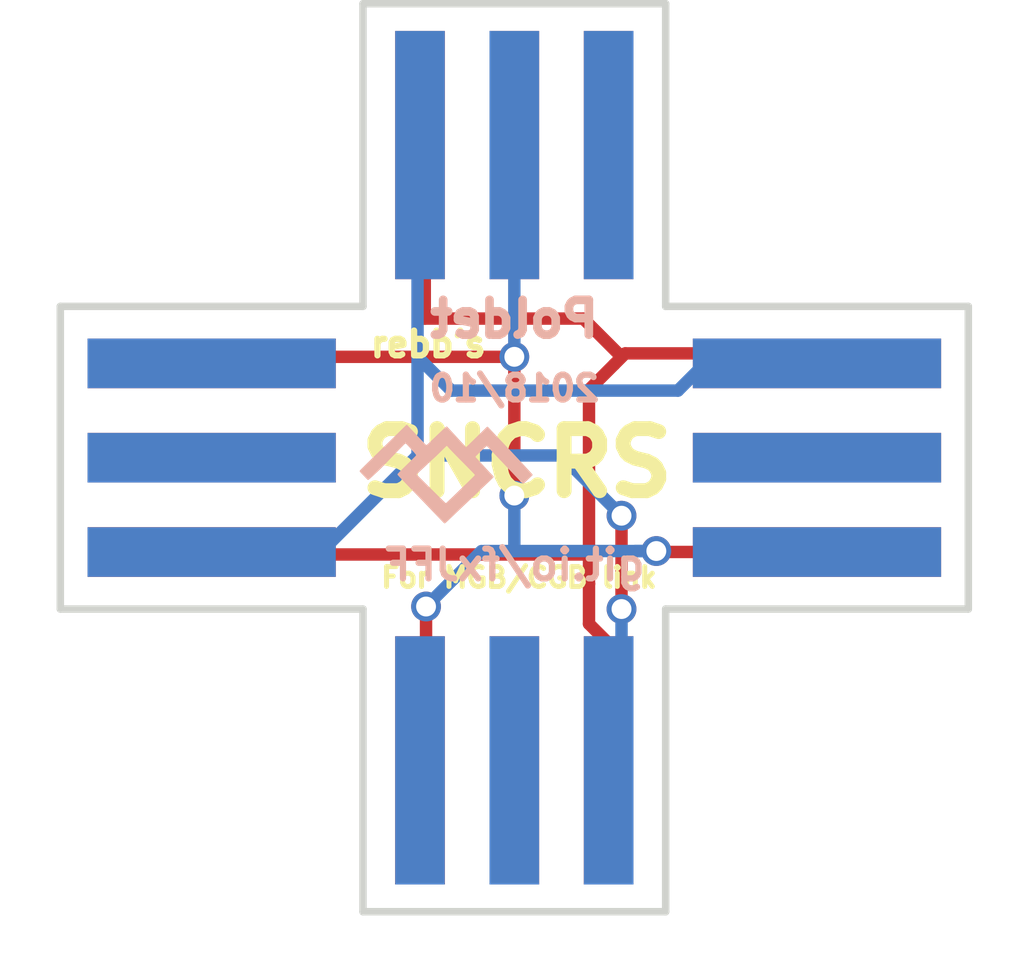
<source format=kicad_pcb>
(kicad_pcb (version 20171130) (host pcbnew "(5.0.0-3-g5ebb6b6)")

  (general
    (thickness 1.4)
    (drawings 18)
    (tracks 70)
    (zones 0)
    (modules 5)
    (nets 16)
  )

  (page A4)
  (title_block
    (title Syncross)
    (date 2018-10-02)
    (rev 2)
    (comment 1 "Original layout by rebb")
    (comment 2 "Refinements by Poldet")
  )

  (layers
    (0 F.Cu signal)
    (31 B.Cu signal)
    (32 B.Adhes user)
    (33 F.Adhes user)
    (34 B.Paste user)
    (35 F.Paste user)
    (36 B.SilkS user)
    (37 F.SilkS user)
    (38 B.Mask user)
    (39 F.Mask user)
    (40 Dwgs.User user)
    (41 Cmts.User user)
    (42 Eco1.User user)
    (43 Eco2.User user)
    (44 Edge.Cuts user)
    (45 Margin user)
    (46 B.CrtYd user)
    (47 F.CrtYd user)
    (48 B.Fab user)
    (49 F.Fab user hide)
  )

  (setup
    (last_trace_width 0.25)
    (trace_clearance 0.2)
    (zone_clearance 0.508)
    (zone_45_only no)
    (trace_min 0.2)
    (segment_width 0.2)
    (edge_width 0.15)
    (via_size 0.6)
    (via_drill 0.4)
    (via_min_size 0.4)
    (via_min_drill 0.3)
    (uvia_size 0.3)
    (uvia_drill 0.1)
    (uvias_allowed no)
    (uvia_min_size 0.2)
    (uvia_min_drill 0.1)
    (pcb_text_width 0.3)
    (pcb_text_size 1.5 1.5)
    (mod_edge_width 0.15)
    (mod_text_size 1 1)
    (mod_text_width 0.15)
    (pad_size 1.524 1.524)
    (pad_drill 0.762)
    (pad_to_mask_clearance 0.2)
    (aux_axis_origin 0 0)
    (visible_elements FFFFFF7F)
    (pcbplotparams
      (layerselection 0x00030_80000001)
      (usegerberextensions false)
      (usegerberattributes false)
      (usegerberadvancedattributes false)
      (creategerberjobfile false)
      (excludeedgelayer true)
      (linewidth 0.100000)
      (plotframeref false)
      (viasonmask false)
      (mode 1)
      (useauxorigin false)
      (hpglpennumber 1)
      (hpglpenspeed 20)
      (hpglpendiameter 15.000000)
      (psnegative false)
      (psa4output false)
      (plotreference true)
      (plotvalue true)
      (plotinvisibletext false)
      (padsonsilk false)
      (subtractmaskfromsilk false)
      (outputformat 1)
      (mirror false)
      (drillshape 1)
      (scaleselection 1)
      (outputdirectory ""))
  )

  (net 0 "")
  (net 1 "Net-(conn1-Pad3)")
  (net 2 "Net-(conn1-Pad1)")
  (net 3 "Net-(conn1-Pad4)")
  (net 4 "Net-(conn1-Pad2)")
  (net 5 "Net-(conn1-Pad5)")
  (net 6 "Net-(conn1-Pad6)")
  (net 7 "Net-(conn2-Pad1)")
  (net 8 "Net-(conn2-Pad4)")
  (net 9 "Net-(conn3-Pad1)")
  (net 10 "Net-(conn3-Pad4)")
  (net 11 "Net-(conn5-Pad1)")
  (net 12 "Net-(conn5-Pad4)")
  (net 13 "Net-(conn2-Pad3)")
  (net 14 "Net-(conn3-Pad3)")
  (net 15 "Net-(conn5-Pad3)")

  (net_class Default "This is the default net class."
    (clearance 0.2)
    (trace_width 0.25)
    (via_dia 0.6)
    (via_drill 0.4)
    (uvia_dia 0.3)
    (uvia_drill 0.1)
    (add_net "Net-(conn1-Pad1)")
    (add_net "Net-(conn1-Pad2)")
    (add_net "Net-(conn1-Pad3)")
    (add_net "Net-(conn1-Pad4)")
    (add_net "Net-(conn1-Pad5)")
    (add_net "Net-(conn1-Pad6)")
    (add_net "Net-(conn2-Pad1)")
    (add_net "Net-(conn2-Pad3)")
    (add_net "Net-(conn2-Pad4)")
    (add_net "Net-(conn3-Pad1)")
    (add_net "Net-(conn3-Pad3)")
    (add_net "Net-(conn3-Pad4)")
    (add_net "Net-(conn5-Pad1)")
    (add_net "Net-(conn5-Pad3)")
    (add_net "Net-(conn5-Pad4)")
  )

  (module gb_link:gb-link-socket123 (layer F.Cu) (tedit 5BB29DA5) (tstamp 5869AFBD)
    (at 151.638 104.902)
    (path /584784C8)
    (fp_text reference "" (at 0 4) (layer F.SilkS)
      (effects (font (size 1 1) (thickness 0.15)))
    )
    (fp_text value GBC_link_edge_connector (at 0 -4) (layer F.Fab)
      (effects (font (size 1 1) (thickness 0.15)))
    )
    (pad 4 connect rect (at 0 0) (size 1 5) (layers F.Cu F.Mask)
      (net 10 "Net-(conn3-Pad4)"))
    (pad 6 connect rect (at 1.9 0) (size 1 5) (layers F.Cu F.Mask)
      (net 6 "Net-(conn1-Pad6)"))
    (pad 2 connect rect (at -1.9 0) (size 1 5) (layers F.Cu F.Mask)
      (net 1 "Net-(conn1-Pad3)"))
    (pad 5 connect rect (at 1.9 0) (size 1 5) (layers B.Cu B.Mask)
      (net 5 "Net-(conn1-Pad5)"))
    (pad 3 connect rect (at 0 0) (size 1 5) (layers B.Cu B.Mask)
      (net 14 "Net-(conn3-Pad3)"))
    (pad 1 connect rect (at -1.9 0) (size 1 5) (layers B.Cu B.Mask)
      (net 9 "Net-(conn3-Pad1)"))
  )

  (module gb_link:gb-link-socket123 (layer F.Cu) (tedit 5BB29D90) (tstamp 5869AFB3)
    (at 157.734 98.806 90)
    (path /584782F1)
    (fp_text reference "" (at 5.6388 3.9116 90) (layer F.SilkS)
      (effects (font (size 1 1) (thickness 0.15)))
    )
    (fp_text value GBC_link_edge_connector (at 0 -4 90) (layer F.Fab)
      (effects (font (size 1 1) (thickness 0.15)))
    )
    (pad 4 connect rect (at 0 0 90) (size 1 5) (layers F.Cu F.Mask)
      (net 8 "Net-(conn2-Pad4)"))
    (pad 6 connect rect (at 1.9 0 90) (size 1 5) (layers F.Cu F.Mask)
      (net 6 "Net-(conn1-Pad6)"))
    (pad 2 connect rect (at -1.9 0 90) (size 1 5) (layers F.Cu F.Mask)
      (net 1 "Net-(conn1-Pad3)"))
    (pad 5 connect rect (at 1.9 0 90) (size 1 5) (layers B.Cu B.Mask)
      (net 5 "Net-(conn1-Pad5)"))
    (pad 3 connect rect (at 0 0 90) (size 1 5) (layers B.Cu B.Mask)
      (net 13 "Net-(conn2-Pad3)"))
    (pad 1 connect rect (at -1.9 0 90) (size 1 5) (layers B.Cu B.Mask)
      (net 7 "Net-(conn2-Pad1)"))
  )

  (module gb_link:gb-link-socket123 (layer F.Cu) (tedit 5BB29D5C) (tstamp 5869AFA9)
    (at 151.638 92.71 180)
    (path /584783EF)
    (fp_text reference Master (at 0 4 180) (layer F.SilkS) hide
      (effects (font (size 1 1) (thickness 0.15)))
    )
    (fp_text value GBC_link_edge_connector (at 0 -4 180) (layer F.Fab)
      (effects (font (size 1 1) (thickness 0.15)))
    )
    (pad 4 connect rect (at 0 0 180) (size 1 5) (layers F.Cu F.Mask)
      (net 3 "Net-(conn1-Pad4)"))
    (pad 6 connect rect (at 1.9 0 180) (size 1 5) (layers F.Cu F.Mask)
      (net 6 "Net-(conn1-Pad6)"))
    (pad 2 connect rect (at -1.9 0 180) (size 1 5) (layers F.Cu F.Mask)
      (net 4 "Net-(conn1-Pad2)"))
    (pad 5 connect rect (at 1.9 0 180) (size 1 5) (layers B.Cu B.Mask)
      (net 5 "Net-(conn1-Pad5)"))
    (pad 3 connect rect (at 0 0 180) (size 1 5) (layers B.Cu B.Mask)
      (net 1 "Net-(conn1-Pad3)"))
    (pad 1 connect rect (at -1.9 0 180) (size 1 5) (layers B.Cu B.Mask)
      (net 2 "Net-(conn1-Pad1)"))
  )

  (module gb_link:gb-link-socket123 (layer F.Cu) (tedit 5BB29D05) (tstamp 5869AFC7)
    (at 145.542 98.806 270)
    (path /5847847E)
    (fp_text reference "" (at 0 4 270) (layer F.SilkS)
      (effects (font (size 1 1) (thickness 0.15)))
    )
    (fp_text value GBC_link_edge_connector (at 0 -4 270) (layer F.Fab)
      (effects (font (size 1 1) (thickness 0.15)))
    )
    (pad 4 connect rect (at 0 0 270) (size 1 5) (layers F.Cu F.Mask)
      (net 12 "Net-(conn5-Pad4)"))
    (pad 6 connect rect (at 1.9 0 270) (size 1 5) (layers F.Cu F.Mask)
      (net 6 "Net-(conn1-Pad6)"))
    (pad 2 connect rect (at -1.9 0 270) (size 1 5) (layers F.Cu F.Mask)
      (net 1 "Net-(conn1-Pad3)"))
    (pad 5 connect rect (at 1.9 0 270) (size 1 5) (layers B.Cu B.Mask)
      (net 5 "Net-(conn1-Pad5)"))
    (pad 3 connect rect (at 0 0 270) (size 1 5) (layers B.Cu B.Mask)
      (net 15 "Net-(conn5-Pad3)"))
    (pad 1 connect rect (at -1.9 0 270) (size 1 5) (layers B.Cu B.Mask)
      (net 11 "Net-(conn5-Pad1)"))
  )

  (module gb_link:twinpeaks (layer B.Cu) (tedit 0) (tstamp 5BB2965C)
    (at 150.241 99.06 180)
    (fp_text reference G*** (at 0 0 180) (layer B.SilkS) hide
      (effects (font (size 1.524 1.524) (thickness 0.3)) (justify mirror))
    )
    (fp_text value LOGO (at 0.75 0 180) (layer B.SilkS) hide
      (effects (font (size 1.524 1.524) (thickness 0.3)) (justify mirror))
    )
    (fp_poly (pts (xy 0.773289 0.9091) (xy 0.77801 0.905795) (xy 0.784615 0.900202) (xy 0.793584 0.891919)
      (xy 0.805399 0.880543) (xy 0.817773 0.868402) (xy 0.82568 0.860627) (xy 0.837108 0.849423)
      (xy 0.851748 0.835092) (xy 0.869292 0.817933) (xy 0.88943 0.798251) (xy 0.911854 0.776345)
      (xy 0.936255 0.752518) (xy 0.962323 0.727072) (xy 0.989751 0.700309) (xy 1.018228 0.672529)
      (xy 1.047446 0.644035) (xy 1.077097 0.615128) (xy 1.081506 0.61083) (xy 1.140557 0.553267)
      (xy 1.195891 0.499316) (xy 1.247625 0.448863) (xy 1.295876 0.401791) (xy 1.34076 0.357986)
      (xy 1.382394 0.317331) (xy 1.420895 0.279713) (xy 1.45638 0.245016) (xy 1.488965 0.213123)
      (xy 1.518768 0.183921) (xy 1.545905 0.157293) (xy 1.570493 0.133125) (xy 1.592649 0.111301)
      (xy 1.61249 0.091705) (xy 1.630132 0.074223) (xy 1.645692 0.058739) (xy 1.659287 0.045138)
      (xy 1.671034 0.033305) (xy 1.68105 0.023123) (xy 1.689451 0.014479) (xy 1.696355 0.007256)
      (xy 1.701878 0.00134) (xy 1.706136 -0.003385) (xy 1.709247 -0.007035) (xy 1.711328 -0.009724)
      (xy 1.712495 -0.011569) (xy 1.71282 -0.012373) (xy 1.712452 -0.020178) (xy 1.710305 -0.024751)
      (xy 1.707301 -0.028345) (xy 1.701062 -0.035229) (xy 1.692093 -0.044876) (xy 1.6809 -0.056764)
      (xy 1.667987 -0.070367) (xy 1.65386 -0.085161) (xy 1.639025 -0.100622) (xy 1.623985 -0.116225)
      (xy 1.609246 -0.131446) (xy 1.595313 -0.14576) (xy 1.582692 -0.158644) (xy 1.571887 -0.169572)
      (xy 1.563404 -0.17802) (xy 1.557748 -0.183465) (xy 1.555775 -0.185182) (xy 1.550416 -0.188514)
      (xy 1.546043 -0.188545) (xy 1.54107 -0.186253) (xy 1.53665 -0.183106) (xy 1.528536 -0.176438)
      (xy 1.516913 -0.166414) (xy 1.501961 -0.153197) (xy 1.483863 -0.136951) (xy 1.462802 -0.117841)
      (xy 1.438959 -0.096029) (xy 1.412517 -0.071681) (xy 1.383659 -0.04496) (xy 1.374647 -0.036587)
      (xy 1.34654 -0.010027) (xy 1.315653 0.019992) (xy 1.281858 0.053595) (xy 1.245031 0.090909)
      (xy 1.205045 0.132061) (xy 1.161776 0.177177) (xy 1.156163 0.183067) (xy 1.130085 0.210386)
      (xy 1.102044 0.239644) (xy 1.072637 0.270227) (xy 1.042457 0.301521) (xy 1.012102 0.332911)
      (xy 0.982165 0.363782) (xy 0.953244 0.39352) (xy 0.925933 0.421511) (xy 0.900829 0.447139)
      (xy 0.878525 0.46979) (xy 0.869145 0.479267) (xy 0.850594 0.497854) (xy 0.835313 0.51285)
      (xy 0.822909 0.524562) (xy 0.812995 0.5333) (xy 0.80518 0.539372) (xy 0.799073 0.543087)
      (xy 0.794286 0.544752) (xy 0.790427 0.544677) (xy 0.787808 0.543606) (xy 0.781796 0.539065)
      (xy 0.77246 0.530512) (xy 0.759895 0.518049) (xy 0.744197 0.501775) (xy 0.725459 0.48179)
      (xy 0.703779 0.458196) (xy 0.679251 0.431091) (xy 0.652393 0.401053) (xy 0.633629 0.379938)
      (xy 0.618143 0.362404) (xy 0.605651 0.348044) (xy 0.595869 0.336448) (xy 0.588516 0.327209)
      (xy 0.583308 0.319919) (xy 0.579961 0.314168) (xy 0.578193 0.309548) (xy 0.57772 0.305652)
      (xy 0.57826 0.302071) (xy 0.579529 0.298396) (xy 0.580154 0.296865) (xy 0.58234 0.293639)
      (xy 0.587362 0.287752) (xy 0.595317 0.279109) (xy 0.606298 0.267615) (xy 0.620402 0.253174)
      (xy 0.637722 0.23569) (xy 0.658355 0.215068) (xy 0.682396 0.191213) (xy 0.709939 0.164029)
      (xy 0.741079 0.13342) (xy 0.775912 0.099291) (xy 0.807453 0.068459) (xy 0.836889 0.03965)
      (xy 0.862583 0.014369) (xy 0.884679 -0.007529) (xy 0.90332 -0.026192) (xy 0.918649 -0.041766)
      (xy 0.93081 -0.054396) (xy 0.939945 -0.064231) (xy 0.946199 -0.071415) (xy 0.949713 -0.076095)
      (xy 0.950566 -0.07776) (xy 0.950959 -0.080963) (xy 0.950016 -0.084853) (xy 0.947408 -0.089839)
      (xy 0.942807 -0.096332) (xy 0.935884 -0.104744) (xy 0.926312 -0.115486) (xy 0.913761 -0.128969)
      (xy 0.897903 -0.145603) (xy 0.888783 -0.155073) (xy 0.863764 -0.181) (xy 0.835228 -0.210583)
      (xy 0.803161 -0.243837) (xy 0.767545 -0.280781) (xy 0.728364 -0.321431) (xy 0.685601 -0.365805)
      (xy 0.63924 -0.413919) (xy 0.589265 -0.465791) (xy 0.535659 -0.521437) (xy 0.478405 -0.580875)
      (xy 0.417488 -0.644123) (xy 0.35289 -0.711196) (xy 0.310401 -0.755315) (xy 0.27086 -0.796384)
      (xy 0.232418 -0.836328) (xy 0.195463 -0.874744) (xy 0.160382 -0.91123) (xy 0.127563 -0.945382)
      (xy 0.097394 -0.976797) (xy 0.070262 -1.005071) (xy 0.052143 -1.02397) (xy 0.04164 -1.03485)
      (xy 0.032026 -1.044663) (xy 0.024089 -1.052616) (xy 0.018616 -1.057914) (xy 0.016958 -1.059396)
      (xy 0.013894 -1.061766) (xy 0.010949 -1.06338) (xy 0.007761 -1.06397) (xy 0.003966 -1.063268)
      (xy -0.000796 -1.061006) (xy -0.006887 -1.056918) (xy -0.014668 -1.050734) (xy -0.024503 -1.042188)
      (xy -0.036752 -1.03101) (xy -0.051778 -1.016935) (xy -0.069941 -0.999693) (xy -0.091493 -0.979123)
      (xy -0.106382 -0.96491) (xy -0.124878 -0.947267) (xy -0.146714 -0.926451) (xy -0.171623 -0.902715)
      (xy -0.199335 -0.876316) (xy -0.229583 -0.847508) (xy -0.2621 -0.816546) (xy -0.296617 -0.783686)
      (xy -0.332865 -0.749181) (xy -0.370578 -0.713288) (xy -0.409487 -0.67626) (xy -0.449325 -0.638354)
      (xy -0.489822 -0.599825) (xy -0.530712 -0.560926) (xy -0.571726 -0.521914) (xy -0.612596 -0.483042)
      (xy -0.653054 -0.444567) (xy -0.692833 -0.406744) (xy -0.731664 -0.369826) (xy -0.76928 -0.33407)
      (xy -0.805411 -0.29973) (xy -0.829596 -0.276748) (xy -0.860663 -0.247167) (xy -0.887862 -0.221135)
      (xy -0.911264 -0.198582) (xy -0.930939 -0.179439) (xy -0.946957 -0.163636) (xy -0.959389 -0.151105)
      (xy -0.968304 -0.141775) (xy -0.973773 -0.135578) (xy -0.975866 -0.132444) (xy -0.975894 -0.132258)
      (xy -0.975852 -0.130644) (xy -0.975483 -0.128993) (xy -0.97443 -0.126893) (xy -0.97233 -0.123932)
      (xy -0.968826 -0.119698) (xy -0.963556 -0.113779) (xy -0.956161 -0.105763) (xy -0.94628 -0.095238)
      (xy -0.943741 -0.092555) (xy -0.606926 -0.092555) (xy -0.606071 -0.096245) (xy -0.603201 -0.101181)
      (xy -0.597857 -0.107933) (xy -0.58958 -0.11707) (xy -0.577911 -0.129164) (xy -0.57551 -0.131603)
      (xy -0.554523 -0.152719) (xy -0.530537 -0.176596) (xy -0.504422 -0.202384) (xy -0.477052 -0.229231)
      (xy -0.449296 -0.256287) (xy -0.422028 -0.282702) (xy -0.396118 -0.307626) (xy -0.372438 -0.330209)
      (xy -0.356936 -0.344844) (xy -0.346854 -0.354387) (xy -0.333982 -0.366688) (xy -0.319344 -0.38076)
      (xy -0.303967 -0.395616) (xy -0.288877 -0.41027) (xy -0.284747 -0.414296) (xy -0.251864 -0.446339)
      (xy -0.220379 -0.476938) (xy -0.190513 -0.505881) (xy -0.162488 -0.532956) (xy -0.136526 -0.557951)
      (xy -0.112849 -0.580653) (xy -0.091679 -0.60085) (xy -0.073237 -0.618331) (xy -0.057745 -0.632882)
      (xy -0.045425 -0.644291) (xy -0.036499 -0.652347) (xy -0.031643 -0.656481) (xy -0.024616 -0.661607)
      (xy -0.018905 -0.664964) (xy -0.016615 -0.665721) (xy -0.013904 -0.66394) (xy -0.007847 -0.658882)
      (xy 0.001064 -0.650992) (xy 0.012338 -0.640716) (xy 0.025483 -0.628499) (xy 0.040007 -0.614788)
      (xy 0.047545 -0.607594) (xy 0.062018 -0.593665) (xy 0.079018 -0.577187) (xy 0.098287 -0.558416)
      (xy 0.119567 -0.537608) (xy 0.1426 -0.515021) (xy 0.167127 -0.490909) (xy 0.192892 -0.46553)
      (xy 0.219637 -0.43914) (xy 0.247102 -0.411996) (xy 0.275032 -0.384353) (xy 0.303166 -0.356468)
      (xy 0.331249 -0.328598) (xy 0.359021 -0.300999) (xy 0.386226 -0.273928) (xy 0.412604 -0.24764)
      (xy 0.437898 -0.222392) (xy 0.461851 -0.19844) (xy 0.484204 -0.176042) (xy 0.5047 -0.155452)
      (xy 0.52308 -0.136928) (xy 0.539086 -0.120727) (xy 0.552462 -0.107103) (xy 0.562948 -0.096315)
      (xy 0.570288 -0.088618) (xy 0.574222 -0.084268) (xy 0.574843 -0.083382) (xy 0.572959 -0.080665)
      (xy 0.567636 -0.0748) (xy 0.559361 -0.066268) (xy 0.548625 -0.05555) (xy 0.535918 -0.043123)
      (xy 0.521728 -0.029468) (xy 0.506546 -0.015065) (xy 0.49086 -0.000393) (xy 0.47859 0.01093)
      (xy 0.466415 0.022171) (xy 0.451402 0.036157) (xy 0.434571 0.051929) (xy 0.416943 0.068529)
      (xy 0.399538 0.084999) (xy 0.387751 0.096207) (xy 0.372028 0.111194) (xy 0.356187 0.126295)
      (xy 0.341047 0.140727) (xy 0.327427 0.153711) (xy 0.316146 0.164465) (xy 0.308877 0.171394)
      (xy 0.297419 0.182231) (xy 0.285277 0.193572) (xy 0.274089 0.203893) (xy 0.267184 0.210163)
      (xy 0.233492 0.24063) (xy 0.201874 0.269728) (xy 0.171287 0.298451) (xy 0.14069 0.327792)
      (xy 0.10904 0.358744) (xy 0.075294 0.3923) (xy 0.060987 0.406663) (xy 0.042829 0.424847)
      (xy 0.025715 0.441812) (xy 0.010033 0.45719) (xy -0.003834 0.47061) (xy -0.015499 0.481702)
      (xy -0.024576 0.490095) (xy -0.03068 0.49542) (xy -0.033426 0.497305) (xy -0.033436 0.497306)
      (xy -0.039217 0.496209) (xy -0.045404 0.492489) (xy -0.052822 0.485503) (xy -0.061828 0.475172)
      (xy -0.072644 0.462566) (xy -0.087082 0.446481) (xy -0.104915 0.427153) (xy -0.125918 0.404819)
      (xy -0.149864 0.379713) (xy -0.176527 0.352073) (xy -0.205682 0.322133) (xy -0.237103 0.290129)
      (xy -0.270564 0.256298) (xy -0.294105 0.232633) (xy -0.318888 0.207735) (xy -0.345627 0.180801)
      (xy -0.373539 0.152624) (xy -0.401841 0.123997) (xy -0.429752 0.095711) (xy -0.456489 0.068559)
      (xy -0.481271 0.043332) (xy -0.503315 0.020824) (xy -0.510005 0.013974) (xy -0.532223 -0.008838)
      (xy -0.550936 -0.028161) (xy -0.566415 -0.044293) (xy -0.578929 -0.05753) (xy -0.588749 -0.068171)
      (xy -0.596146 -0.076511) (xy -0.60139 -0.08285) (xy -0.604752 -0.087483) (xy -0.606503 -0.090709)
      (xy -0.606926 -0.092555) (xy -0.943741 -0.092555) (xy -0.933554 -0.081792) (xy -0.917622 -0.065012)
      (xy -0.911741 -0.058821) (xy -0.901896 -0.048411) (xy -0.889469 -0.035191) (xy -0.874805 -0.019538)
      (xy -0.858253 -0.001824) (xy -0.840159 0.017575) (xy -0.820871 0.038285) (xy -0.800736 0.05993)
      (xy -0.780102 0.082138) (xy -0.759316 0.104532) (xy -0.738726 0.126738) (xy -0.718678 0.148382)
      (xy -0.699521 0.169088) (xy -0.681602 0.188483) (xy -0.665267 0.206192) (xy -0.650865 0.22184)
      (xy -0.638742 0.235052) (xy -0.629246 0.245454) (xy -0.622725 0.252671) (xy -0.619623 0.256211)
      (xy -0.615228 0.261929) (xy -0.612511 0.267041) (xy -0.611772 0.272127) (xy -0.613311 0.277764)
      (xy -0.617426 0.284533) (xy -0.624419 0.293013) (xy -0.634587 0.303782) (xy -0.648232 0.31742)
      (xy -0.654432 0.323516) (xy -0.66798 0.336691) (xy -0.684101 0.352179) (xy -0.702084 0.369311)
      (xy -0.721215 0.38742) (xy -0.740783 0.405836) (xy -0.760077 0.423893) (xy -0.778384 0.440921)
      (xy -0.794993 0.456253) (xy -0.809191 0.469221) (xy -0.820267 0.479156) (xy -0.820441 0.479311)
      (xy -0.829402 0.486391) (xy -0.836992 0.490824) (xy -0.84114 0.491958) (xy -0.841893 0.492062)
      (xy -0.842475 0.492286) (xy -0.843012 0.492498) (xy -0.84363 0.492567) (xy -0.844457 0.492361)
      (xy -0.845619 0.49175) (xy -0.847243 0.490602) (xy -0.849454 0.488785) (xy -0.852381 0.486168)
      (xy -0.85615 0.482619) (xy -0.860886 0.478008) (xy -0.866718 0.472202) (xy -0.873771 0.46507)
      (xy -0.882173 0.456482) (xy -0.892049 0.446304) (xy -0.903527 0.434407) (xy -0.916733 0.420658)
      (xy -0.931794 0.404927) (xy -0.948836 0.387081) (xy -0.967987 0.366989) (xy -0.989372 0.344521)
      (xy -1.013119 0.319544) (xy -1.039354 0.291927) (xy -1.068203 0.261539) (xy -1.099794 0.228247)
      (xy -1.134253 0.191922) (xy -1.171707 0.152431) (xy -1.212283 0.109643) (xy -1.256106 0.063427)
      (xy -1.303304 0.013651) (xy -1.354003 -0.039817) (xy -1.376514 -0.063555) (xy -1.405479 -0.094053)
      (xy -1.432778 -0.122702) (xy -1.458217 -0.149303) (xy -1.481603 -0.173658) (xy -1.502743 -0.195568)
      (xy -1.521443 -0.214833) (xy -1.537509 -0.231254) (xy -1.550749 -0.244632) (xy -1.560968 -0.254768)
      (xy -1.567974 -0.261463) (xy -1.571573 -0.264517) (xy -1.57196 -0.264694) (xy -1.575432 -0.263977)
      (xy -1.580119 -0.261624) (xy -1.586384 -0.257331) (xy -1.594587 -0.250797) (xy -1.60509 -0.241719)
      (xy -1.618256 -0.229793) (xy -1.634444 -0.214716) (xy -1.654017 -0.196187) (xy -1.655983 -0.194315)
      (xy -1.671974 -0.179098) (xy -1.688104 -0.163776) (xy -1.703568 -0.149114) (xy -1.717559 -0.135875)
      (xy -1.72927 -0.124824) (xy -1.737689 -0.116918) (xy -1.748017 -0.107147) (xy -1.754916 -0.100211)
      (xy -1.758939 -0.095382) (xy -1.760641 -0.091926) (xy -1.760574 -0.089113) (xy -1.759953 -0.087508)
      (xy -1.757485 -0.084121) (xy -1.75183 -0.077356) (xy -1.743455 -0.067742) (xy -1.732826 -0.055804)
      (xy -1.72041 -0.042069) (xy -1.706675 -0.027065) (xy -1.700059 -0.019901) (xy -1.682637 -0.001098)
      (xy -1.66344 0.019597) (xy -1.642822 0.041803) (xy -1.621139 0.06514) (xy -1.598747 0.089224)
      (xy -1.576002 0.113674) (xy -1.553259 0.138109) (xy -1.530873 0.162147) (xy -1.509201 0.185406)
      (xy -1.488597 0.207504) (xy -1.469418 0.22806) (xy -1.452019 0.246693) (xy -1.436755 0.263019)
      (xy -1.423983 0.276659) (xy -1.414057 0.287229) (xy -1.407333 0.294349) (xy -1.406292 0.295443)
      (xy -1.398455 0.303692) (xy -1.387803 0.314959) (xy -1.375174 0.328353) (xy -1.361406 0.342985)
      (xy -1.347338 0.357966) (xy -1.340782 0.364958) (xy -1.328581 0.377937) (xy -1.313407 0.394009)
      (xy -1.29599 0.412408) (xy -1.277055 0.432367) (xy -1.257331 0.453119) (xy -1.237546 0.473897)
      (xy -1.218427 0.493934) (xy -1.216483 0.495969) (xy -1.198765 0.51455) (xy -1.17793 0.536468)
      (xy -1.154514 0.561155) (xy -1.129052 0.588043) (xy -1.102079 0.616564) (xy -1.074132 0.64615)
      (xy -1.045747 0.676233) (xy -1.01746 0.706245) (xy -0.989805 0.735619) (xy -0.96332 0.763785)
      (xy -0.938539 0.790177) (xy -0.915999 0.814226) (xy -0.896235 0.835364) (xy -0.889177 0.84293)
      (xy -0.875753 0.85693) (xy -0.865375 0.86686) (xy -0.858113 0.872659) (xy -0.854357 0.874295)
      (xy -0.849768 0.872314) (xy -0.842342 0.866679) (xy -0.832652 0.857852) (xy -0.827442 0.852693)
      (xy -0.822209 0.847437) (xy -0.814438 0.8397) (xy -0.80403 0.829385) (xy -0.790887 0.816396)
      (xy -0.77491 0.800634) (xy -0.755999 0.782003) (xy -0.734057 0.760406) (xy -0.708983 0.735744)
      (xy -0.680681 0.707922) (xy -0.649049 0.676841) (xy -0.61399 0.642404) (xy -0.575406 0.604515)
      (xy -0.533196 0.563076) (xy -0.488544 0.519247) (xy -0.47365 0.50472) (xy -0.459937 0.491522)
      (xy -0.447877 0.480091) (xy -0.437938 0.470866) (xy -0.430592 0.464287) (xy -0.426309 0.460791)
      (xy -0.425426 0.460344) (xy -0.423346 0.462396) (xy -0.417904 0.468128) (xy -0.409347 0.477271)
      (xy -0.397922 0.48956) (xy -0.383875 0.504726) (xy -0.367453 0.522502) (xy -0.348902 0.542622)
      (xy -0.32847 0.564817) (xy -0.306403 0.588822) (xy -0.282948 0.614368) (xy -0.258351 0.641188)
      (xy -0.244422 0.65639) (xy -0.21289 0.690811) (xy -0.184765 0.721502) (xy -0.159845 0.748675)
      (xy -0.137927 0.772545) (xy -0.11881 0.793326) (xy -0.10229 0.81123) (xy -0.088165 0.826472)
      (xy -0.076232 0.839266) (xy -0.066289 0.849825) (xy -0.058134 0.858364) (xy -0.051563 0.865095)
      (xy -0.046374 0.870232) (xy -0.042364 0.87399) (xy -0.039332 0.876582) (xy -0.037074 0.878222)
      (xy -0.035387 0.879124) (xy -0.03407 0.879501) (xy -0.032927 0.879567) (xy -0.029816 0.877757)
      (xy -0.023408 0.872679) (xy -0.014231 0.864801) (xy -0.002814 0.854588) (xy 0.010314 0.842507)
      (xy 0.024624 0.829026) (xy 0.028074 0.825732) (xy 0.054798 0.80016) (xy 0.082052 0.77411)
      (xy 0.10954 0.747863) (xy 0.136968 0.721698) (xy 0.164041 0.695896) (xy 0.190463 0.670737)
      (xy 0.215939 0.646502) (xy 0.240175 0.62347) (xy 0.262874 0.601923) (xy 0.283743 0.58214)
      (xy 0.302485 0.564401) (xy 0.318806 0.548988) (xy 0.332411 0.53618) (xy 0.343005 0.526258)
      (xy 0.350291 0.519502) (xy 0.353758 0.516378) (xy 0.361439 0.510552) (xy 0.36841 0.506574)
      (xy 0.372474 0.505394) (xy 0.374512 0.505479) (xy 0.376588 0.505819) (xy 0.3789 0.506613)
      (xy 0.381643 0.508061) (xy 0.385013 0.510361) (xy 0.389208 0.513714) (xy 0.394424 0.518319)
      (xy 0.400857 0.524374) (xy 0.408703 0.53208) (xy 0.41816 0.541635) (xy 0.429423 0.553238)
      (xy 0.442689 0.56709) (xy 0.458155 0.583389) (xy 0.476017 0.602334) (xy 0.496472 0.624126)
      (xy 0.519715 0.648963) (xy 0.545943 0.677044) (xy 0.575354 0.708569) (xy 0.608143 0.743737)
      (xy 0.620618 0.75712) (xy 0.643088 0.781171) (xy 0.664601 0.804092) (xy 0.684865 0.825579)
      (xy 0.70359 0.845328) (xy 0.720484 0.863035) (xy 0.735258 0.878398) (xy 0.747619 0.891112)
      (xy 0.757277 0.900873) (xy 0.763941 0.90738) (xy 0.76732 0.910327) (xy 0.767574 0.910462)
      (xy 0.769971 0.910521) (xy 0.773289 0.9091)) (layer B.SilkS) (width 0.01))
  )

  (gr_text Poldet (at 151.638 96.012) (layer B.SilkS)
    (effects (font (size 0.7 0.7) (thickness 0.175)) (justify mirror))
  )
  (gr_text git.io/fxJFF (at 151.638 100.965) (layer B.SilkS)
    (effects (font (size 0.6 0.6) (thickness 0.125)) (justify mirror))
  )
  (gr_text "For MGB/CGB link" (at 154.559 101.219) (layer F.SilkS)
    (effects (font (size 0.4 0.4) (thickness 0.1)) (justify right))
  )
  (gr_text rebb’s (at 151.13 96.52) (layer F.SilkS)
    (effects (font (size 0.5 0.5) (thickness 0.125)) (justify right))
  )
  (gr_text 2018/10 (at 151.638 97.409) (layer B.SilkS)
    (effects (font (size 0.5 0.5) (thickness 0.125)) (justify mirror))
  )
  (gr_text SNCRS (at 151.6888 98.9076) (layer F.SilkS)
    (effects (font (size 1.25 1.25) (thickness 0.3)))
  )
  (gr_line (start 148.59 95.758) (end 148.59 89.662) (layer Edge.Cuts) (width 0.15))
  (gr_line (start 142.494 95.758) (end 148.59 95.758) (layer Edge.Cuts) (width 0.15))
  (gr_line (start 142.494 101.854) (end 142.494 95.758) (layer Edge.Cuts) (width 0.15))
  (gr_line (start 148.59 101.854) (end 142.494 101.854) (layer Edge.Cuts) (width 0.15))
  (gr_line (start 148.59 107.95) (end 148.59 101.854) (layer Edge.Cuts) (width 0.15))
  (gr_line (start 154.686 107.95) (end 148.59 107.95) (layer Edge.Cuts) (width 0.15))
  (gr_line (start 154.686 101.854) (end 154.686 107.95) (layer Edge.Cuts) (width 0.15))
  (gr_line (start 160.782 101.854) (end 154.686 101.854) (layer Edge.Cuts) (width 0.15))
  (gr_line (start 160.782 95.758) (end 160.782 101.854) (layer Edge.Cuts) (width 0.15))
  (gr_line (start 154.686 95.758) (end 160.782 95.758) (layer Edge.Cuts) (width 0.15))
  (gr_line (start 154.686 89.662) (end 154.686 95.758) (layer Edge.Cuts) (width 0.15))
  (gr_line (start 148.59 89.662) (end 154.686 89.662) (layer Edge.Cuts) (width 0.15))

  (segment (start 151.638 99.469186) (end 151.638 96.774) (width 0.25) (layer F.Cu) (net 1))
  (segment (start 151.638 100.6856) (end 151.638 99.5172) (width 0.25) (layer B.Cu) (net 1))
  (via (at 151.638 99.568) (size 0.6) (drill 0.4) (layers F.Cu B.Cu) (net 1))
  (segment (start 151.0284 100.6856) (end 151.5872 100.6856) (width 0.25) (layer B.Cu) (net 1))
  (segment (start 149.86 101.8032) (end 150.9776 100.6856) (width 0.25) (layer B.Cu) (net 1))
  (segment (start 154.51701 100.7044) (end 154.49821 100.6856) (width 0.25) (layer F.Cu) (net 1))
  (segment (start 157.6832 100.7044) (end 154.51701 100.7044) (width 0.25) (layer F.Cu) (net 1) (status 10))
  (via (at 154.49821 100.6856) (size 0.6) (drill 0.4) (layers F.Cu B.Cu) (net 1))
  (segment (start 149.86 104.8832) (end 149.86 101.8032) (width 0.25) (layer F.Cu) (net 1) (status 10))
  (segment (start 149.892 101.822) (end 149.9108 101.8032) (width 0.25) (layer F.Cu) (net 1))
  (via (at 149.86 101.8032) (size 0.6) (drill 0.4) (layers F.Cu B.Cu) (net 1))
  (segment (start 145.574 96.774) (end 147.574 96.774) (width 0.25) (layer F.Cu) (net 1) (status 30))
  (segment (start 145.659614 96.774) (end 151.638 96.774) (width 0.25) (layer F.Cu) (net 1) (status 10))
  (segment (start 151.638 92.712786) (end 151.638 96.774) (width 0.25) (layer B.Cu) (net 1) (status 10))
  (via (at 151.638 96.774) (size 0.6) (drill 0.4) (layers F.Cu B.Cu) (net 1))
  (segment (start 151.6888 92.71) (end 151.6888 94.71) (width 0.25) (layer B.Cu) (net 1) (status 30))
  (segment (start 157.702 100.711) (end 155.702 100.711) (width 0.25) (layer F.Cu) (net 1) (status 30))
  (segment (start 155.6324 100.8888) (end 157.6324 100.8888) (width 0.25) (layer F.Cu) (net 1) (status 30))
  (segment (start 149.892 104.902) (end 149.892 102.902) (width 0.25) (layer F.Cu) (net 1) (status 30))
  (segment (start 149.835802 102.902) (end 149.7716 102.902) (width 0.25) (layer F.Cu) (net 1) (status 30))
  (segment (start 149.7716 104.902) (end 149.7716 102.902) (width 0.25) (layer F.Cu) (net 1) (status 30))
  (segment (start 151.5872 100.6856) (end 154.49821 100.6856) (width 0.25) (layer B.Cu) (net 1))
  (segment (start 154.073946 100.6856) (end 154.49821 100.6856) (width 0.25) (layer B.Cu) (net 1))
  (segment (start 151.5872 100.6856) (end 151.7396 100.6856) (width 0.25) (layer B.Cu) (net 1))
  (segment (start 151.672786 96.7552) (end 151.6988 96.781214) (width 0.25) (layer F.Cu) (net 1))
  (segment (start 151.6988 96.781214) (end 151.658 96.740414) (width 0.25) (layer F.Cu) (net 1))
  (segment (start 151.6888 96.771214) (end 151.6988 96.781214) (width 0.25) (layer B.Cu) (net 1))
  (segment (start 153.6888 92.71) (end 153.6888 94.71) (width 0.25) (layer B.Cu) (net 2) (status 30))
  (segment (start 153.6888 92.71) (end 153.6888 94.71) (width 0.25) (layer F.Cu) (net 4) (status 30))
  (segment (start 153.6888 92.964) (end 153.6888 94.964) (width 0.25) (layer F.Cu) (net 4) (status 30))
  (segment (start 153.797 104.835202) (end 153.797 101.854) (width 0.25) (layer B.Cu) (net 5) (status 10))
  (segment (start 153.892 101.920798) (end 153.8732 101.901998) (width 0.25) (layer B.Cu) (net 5))
  (segment (start 153.797 99.9744) (end 153.797 101.901998) (width 0.25) (layer F.Cu) (net 5))
  (via (at 153.797 101.854) (size 0.6) (drill 0.4) (layers F.Cu B.Cu) (net 5))
  (via (at 153.797 99.9744) (size 0.6) (drill 0.4) (layers F.Cu B.Cu) (net 5))
  (segment (start 149.6888 98.7608) (end 152.55 98.7608) (width 0.25) (layer B.Cu) (net 5))
  (segment (start 152.5834 98.7608) (end 153.797 99.9744) (width 0.25) (layer B.Cu) (net 5))
  (segment (start 150.3692 97.4544) (end 149.6888 96.774) (width 0.25) (layer B.Cu) (net 5))
  (segment (start 154.9332 97.4544) (end 150.3692 97.4544) (width 0.25) (layer B.Cu) (net 5))
  (segment (start 155.6832 96.7044) (end 154.9332 97.4544) (width 0.25) (layer B.Cu) (net 5) (status 10))
  (segment (start 157.6832 96.7044) (end 155.6832 96.7044) (width 0.25) (layer B.Cu) (net 5) (status 30))
  (segment (start 147.6944 100.7552) (end 149.6888 98.7608) (width 0.25) (layer B.Cu) (net 5) (status 10))
  (segment (start 149.6888 98.7608) (end 149.6888 96.774) (width 0.25) (layer B.Cu) (net 5))
  (segment (start 145.6944 100.7552) (end 147.6944 100.7552) (width 0.25) (layer B.Cu) (net 5) (status 30))
  (segment (start 149.6888 96.774) (end 149.6888 92.71) (width 0.25) (layer B.Cu) (net 5) (status 20))
  (segment (start 153.142 100.7872) (end 153.142 97.4356) (width 0.25) (layer F.Cu) (net 6))
  (segment (start 153.142 101.346) (end 153.142 100.7872) (width 0.25) (layer F.Cu) (net 6))
  (segment (start 153.142 100.7872) (end 153.11 100.7552) (width 0.25) (layer F.Cu) (net 6))
  (segment (start 153.11 100.7552) (end 145.6944 100.7552) (width 0.25) (layer F.Cu) (net 6) (status 20))
  (segment (start 147.6944 100.7552) (end 145.6944 100.7552) (width 0.25) (layer F.Cu) (net 6) (status 30))
  (segment (start 153.142 101.346) (end 153.126599 101.361401) (width 0.25) (layer F.Cu) (net 6))
  (segment (start 153.142 102.152) (end 153.142 101.346) (width 0.25) (layer F.Cu) (net 6))
  (segment (start 153.142 97.4356) (end 153.6512 96.9264) (width 0.25) (layer F.Cu) (net 6))
  (segment (start 153.6512 96.9264) (end 153.8732 96.7044) (width 0.25) (layer F.Cu) (net 6))
  (segment (start 149.8346 92.5576) (end 149.8346 96.003804) (width 0.25) (layer F.Cu) (net 6) (status 10))
  (segment (start 149.8346 96.003804) (end 153.026804 96.003804) (width 0.25) (layer F.Cu) (net 6))
  (segment (start 153.026804 96.003804) (end 153.797 96.774) (width 0.25) (layer F.Cu) (net 6))
  (segment (start 153.892 102.902) (end 153.142 102.152) (width 0.25) (layer F.Cu) (net 6) (status 10))
  (segment (start 153.797 104.902) (end 153.797 102.902) (width 0.25) (layer F.Cu) (net 6) (status 30))
  (segment (start 157.6832 96.7044) (end 153.8732 96.7044) (width 0.25) (layer F.Cu) (net 6) (status 10))
  (segment (start 144.145 100.711) (end 146.145 100.711) (width 0.25) (layer F.Cu) (net 6) (status 30))
  (segment (start 157.6832 96.7044) (end 155.6832 96.7044) (width 0.25) (layer F.Cu) (net 6) (status 30))
  (segment (start 149.86 102.743) (end 149.86 104.635391) (width 0.25) (layer B.Cu) (net 9) (status 30))
  (segment (start 149.7076 104.838) (end 149.7716 104.902) (width 0.25) (layer B.Cu) (net 9) (status 30))
  (segment (start 146.145 97.028) (end 144.145 97.028) (width 0.25) (layer B.Cu) (net 11) (status 30))
  (segment (start 145.796 99.06) (end 145.6436 98.9076) (width 0.25) (layer F.Cu) (net 12) (status 30))
  (segment (start 144.145 99.06) (end 146.895 99.06) (width 0.25) (layer F.Cu) (net 12) (status 30))
  (segment (start 147.53 99.06) (end 146.895 99.06) (width 0.25) (layer F.Cu) (net 12) (status 30))
  (segment (start 157.702 98.806) (end 155.702 98.806) (width 0.25) (layer B.Cu) (net 13) (status 30))
  (segment (start 151.7716 102.902) (end 151.7716 102.738998) (width 0.25) (layer B.Cu) (net 14) (status 30))

)

</source>
